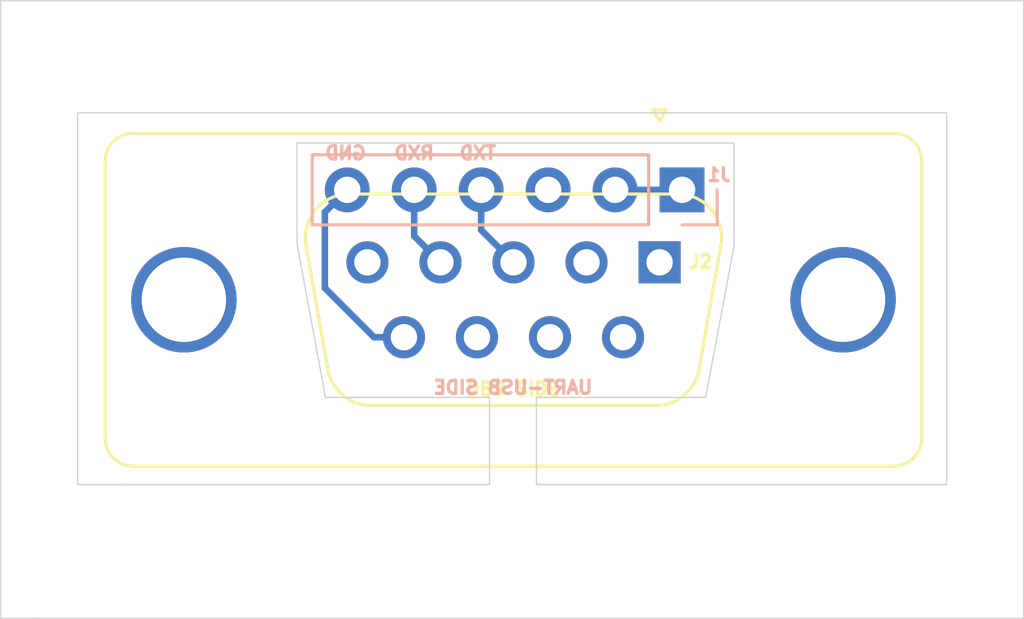
<source format=kicad_pcb>
(kicad_pcb (version 20171130) (host pcbnew "(5.1.8)-1")

  (general
    (thickness 1.6)
    (drawings 25)
    (tracks 9)
    (zones 0)
    (modules 2)
    (nets 5)
  )

  (page A4)
  (layers
    (0 F.Cu signal)
    (31 B.Cu signal)
    (32 B.Adhes user)
    (33 F.Adhes user)
    (34 B.Paste user)
    (35 F.Paste user)
    (36 B.SilkS user)
    (37 F.SilkS user)
    (38 B.Mask user)
    (39 F.Mask user)
    (40 Dwgs.User user)
    (41 Cmts.User user)
    (42 Eco1.User user)
    (43 Eco2.User user)
    (44 Edge.Cuts user)
    (45 Margin user)
    (46 B.CrtYd user)
    (47 F.CrtYd user)
    (48 B.Fab user)
    (49 F.Fab user)
  )

  (setup
    (last_trace_width 0.25)
    (trace_clearance 0.2)
    (zone_clearance 0.508)
    (zone_45_only no)
    (trace_min 0.2)
    (via_size 0.8)
    (via_drill 0.4)
    (via_min_size 0.4)
    (via_min_drill 0.3)
    (uvia_size 0.3)
    (uvia_drill 0.1)
    (uvias_allowed no)
    (uvia_min_size 0.2)
    (uvia_min_drill 0.1)
    (edge_width 0.05)
    (segment_width 0.2)
    (pcb_text_width 0.3)
    (pcb_text_size 1.5 1.5)
    (mod_edge_width 0.12)
    (mod_text_size 1 1)
    (mod_text_width 0.15)
    (pad_size 1.524 1.524)
    (pad_drill 0.762)
    (pad_to_mask_clearance 0)
    (aux_axis_origin 0 0)
    (visible_elements 7FFFFFFF)
    (pcbplotparams
      (layerselection 0x010fc_ffffffff)
      (usegerberextensions false)
      (usegerberattributes true)
      (usegerberadvancedattributes true)
      (creategerberjobfile true)
      (excludeedgelayer true)
      (linewidth 0.100000)
      (plotframeref false)
      (viasonmask false)
      (mode 1)
      (useauxorigin false)
      (hpglpennumber 1)
      (hpglpenspeed 20)
      (hpglpendiameter 15.000000)
      (psnegative false)
      (psa4output false)
      (plotreference true)
      (plotvalue true)
      (plotinvisibletext false)
      (padsonsilk false)
      (subtractmaskfromsilk false)
      (outputformat 1)
      (mirror false)
      (drillshape 1)
      (scaleselection 1)
      (outputdirectory ""))
  )

  (net 0 "")
  (net 1 "Net-(J1-Pad6)")
  (net 2 "Net-(J1-Pad5)")
  (net 3 "Net-(J1-Pad4)")
  (net 4 "Net-(J1-Pad1)")

  (net_class Default "This is the default net class."
    (clearance 0.2)
    (trace_width 0.25)
    (via_dia 0.8)
    (via_drill 0.4)
    (uvia_dia 0.3)
    (uvia_drill 0.1)
    (add_net "Net-(J1-Pad1)")
    (add_net "Net-(J1-Pad3)")
    (add_net "Net-(J1-Pad4)")
    (add_net "Net-(J1-Pad5)")
    (add_net "Net-(J1-Pad6)")
    (add_net "Net-(J2-Pad1)")
    (add_net "Net-(J2-Pad2)")
    (add_net "Net-(J2-Pad5)")
    (add_net "Net-(J2-Pad6)")
    (add_net "Net-(J2-Pad7)")
    (add_net "Net-(J2-Pad8)")
  )

  (module Connector_Dsub:DSUB-9_Female_Vertical_P2.77x2.84mm_MountingHoles (layer F.Cu) (tedit 59FEDEE2) (tstamp 62A9826C)
    (at 96.6175 76.218838)
    (descr "9-pin D-Sub connector, straight/vertical, THT-mount, female, pitch 2.77x2.84mm, distance of mounting holes 25mm, see https://disti-assets.s3.amazonaws.com/tonar/files/datasheets/16730.pdf")
    (tags "9-pin D-Sub connector straight vertical THT female pitch 2.77x2.84mm mounting holes distance 25mm")
    (path /62A999BC)
    (fp_text reference J2 (at 1.5535 -0.018838) (layer F.SilkS)
      (effects (font (size 0.5 0.5) (thickness 0.125)))
    )
    (fp_text value DB9_Female (at -5.54 6.585162) (layer F.Fab)
      (effects (font (size 1 1) (thickness 0.15)))
    )
    (fp_line (start 10.4 -5.35) (end -21.5 -5.35) (layer F.CrtYd) (width 0.05))
    (fp_line (start 10.4 8.2) (end 10.4 -5.35) (layer F.CrtYd) (width 0.05))
    (fp_line (start -21.5 8.2) (end 10.4 8.2) (layer F.CrtYd) (width 0.05))
    (fp_line (start -21.5 -5.35) (end -21.5 8.2) (layer F.CrtYd) (width 0.05))
    (fp_line (start -13.40647 -0.641744) (end -12.577733 4.058256) (layer F.SilkS) (width 0.12))
    (fp_line (start 2.32647 -0.641744) (end 1.497733 4.058256) (layer F.SilkS) (width 0.12))
    (fp_line (start -10.942952 5.43) (end -0.137048 5.43) (layer F.SilkS) (width 0.12))
    (fp_line (start -11.771689 -2.59) (end 0.691689 -2.59) (layer F.SilkS) (width 0.12))
    (fp_line (start -13.358887 -0.652163) (end -12.53015 4.047837) (layer F.Fab) (width 0.1))
    (fp_line (start 2.278887 -0.652163) (end 1.45015 4.047837) (layer F.Fab) (width 0.1))
    (fp_line (start -10.954457 5.37) (end -0.125543 5.37) (layer F.Fab) (width 0.1))
    (fp_line (start -11.783194 -2.53) (end 0.703194 -2.53) (layer F.Fab) (width 0.1))
    (fp_line (start 0 -5.351325) (end -0.25 -5.784338) (layer F.SilkS) (width 0.12))
    (fp_line (start 0.25 -5.784338) (end 0 -5.351325) (layer F.SilkS) (width 0.12))
    (fp_line (start -0.25 -5.784338) (end 0.25 -5.784338) (layer F.SilkS) (width 0.12))
    (fp_line (start -21.025 6.67) (end -21.025 -3.83) (layer F.SilkS) (width 0.12))
    (fp_line (start 8.885 7.73) (end -19.965 7.73) (layer F.SilkS) (width 0.12))
    (fp_line (start 9.945 -3.83) (end 9.945 6.67) (layer F.SilkS) (width 0.12))
    (fp_line (start -19.965 -4.89) (end 8.885 -4.89) (layer F.SilkS) (width 0.12))
    (fp_line (start -20.965 6.67) (end -20.965 -3.83) (layer F.Fab) (width 0.1))
    (fp_line (start 8.885 7.67) (end -19.965 7.67) (layer F.Fab) (width 0.1))
    (fp_line (start 9.885 -3.83) (end 9.885 6.67) (layer F.Fab) (width 0.1))
    (fp_line (start -19.965 -4.83) (end 8.885 -4.83) (layer F.Fab) (width 0.1))
    (fp_text user %R (at -5.54 1.42) (layer F.Fab)
      (effects (font (size 1 1) (thickness 0.15)))
    )
    (fp_arc (start -0.137048 3.77) (end -0.137048 5.43) (angle -80) (layer F.SilkS) (width 0.12))
    (fp_arc (start -10.942952 3.77) (end -10.942952 5.43) (angle 80) (layer F.SilkS) (width 0.12))
    (fp_arc (start 0.691689 -0.93) (end 0.691689 -2.59) (angle 100) (layer F.SilkS) (width 0.12))
    (fp_arc (start -11.771689 -0.93) (end -11.771689 -2.59) (angle -100) (layer F.SilkS) (width 0.12))
    (fp_arc (start -0.125543 3.77) (end -0.125543 5.37) (angle -80) (layer F.Fab) (width 0.1))
    (fp_arc (start -10.954457 3.77) (end -10.954457 5.37) (angle 80) (layer F.Fab) (width 0.1))
    (fp_arc (start 0.703194 -0.93) (end 0.703194 -2.53) (angle 100) (layer F.Fab) (width 0.1))
    (fp_arc (start -11.783194 -0.93) (end -11.783194 -2.53) (angle -100) (layer F.Fab) (width 0.1))
    (fp_arc (start 8.885 6.67) (end 9.945 6.67) (angle 90) (layer F.SilkS) (width 0.12))
    (fp_arc (start -19.965 6.67) (end -21.025 6.67) (angle -90) (layer F.SilkS) (width 0.12))
    (fp_arc (start 8.885 -3.83) (end 8.885 -4.89) (angle 90) (layer F.SilkS) (width 0.12))
    (fp_arc (start -19.965 -3.83) (end -21.025 -3.83) (angle 90) (layer F.SilkS) (width 0.12))
    (fp_arc (start 8.885 6.67) (end 9.885 6.67) (angle 90) (layer F.Fab) (width 0.1))
    (fp_arc (start -19.965 6.67) (end -20.965 6.67) (angle -90) (layer F.Fab) (width 0.1))
    (fp_arc (start 8.885 -3.83) (end 8.885 -4.83) (angle 90) (layer F.Fab) (width 0.1))
    (fp_arc (start -19.965 -3.83) (end -20.965 -3.83) (angle 90) (layer F.Fab) (width 0.1))
    (pad 0 thru_hole circle (at 6.96 1.42) (size 4 4) (drill 3.2) (layers *.Cu *.Mask))
    (pad 0 thru_hole circle (at -18.04 1.42) (size 4 4) (drill 3.2) (layers *.Cu *.Mask))
    (pad 9 thru_hole circle (at -9.695 2.84) (size 1.6 1.6) (drill 1) (layers *.Cu *.Mask)
      (net 1 "Net-(J1-Pad6)"))
    (pad 8 thru_hole circle (at -6.925 2.84) (size 1.6 1.6) (drill 1) (layers *.Cu *.Mask))
    (pad 7 thru_hole circle (at -4.155 2.84) (size 1.6 1.6) (drill 1) (layers *.Cu *.Mask))
    (pad 6 thru_hole circle (at -1.385 2.84) (size 1.6 1.6) (drill 1) (layers *.Cu *.Mask))
    (pad 5 thru_hole circle (at -11.08 0) (size 1.6 1.6) (drill 1) (layers *.Cu *.Mask))
    (pad 4 thru_hole circle (at -8.31 0) (size 1.6 1.6) (drill 1) (layers *.Cu *.Mask)
      (net 2 "Net-(J1-Pad5)"))
    (pad 3 thru_hole circle (at -5.54 0) (size 1.6 1.6) (drill 1) (layers *.Cu *.Mask)
      (net 3 "Net-(J1-Pad4)"))
    (pad 2 thru_hole circle (at -2.77 0) (size 1.6 1.6) (drill 1) (layers *.Cu *.Mask))
    (pad 1 thru_hole rect (at 0 0) (size 1.6 1.6) (drill 1) (layers *.Cu *.Mask))
    (model ${KISYS3DMOD}/Connector_Dsub.3dshapes/DSUB-9_Female_Vertical_P2.77x2.84mm_MountingHoles.wrl
      (at (xyz 0 0 0))
      (scale (xyz 1 1 1))
      (rotate (xyz 0 0 0))
    )
  )

  (module Connector_PinHeader_2.54mm:PinHeader_1x06_P2.54mm_Vertical (layer B.Cu) (tedit 59FED5CC) (tstamp 62A98237)
    (at 97.4725 73.4695 90)
    (descr "Through hole straight pin header, 1x06, 2.54mm pitch, single row")
    (tags "Through hole pin header THT 1x06 2.54mm single row")
    (path /62A9A8F3)
    (fp_text reference J1 (at 0.5715 1.397) (layer B.SilkS)
      (effects (font (size 0.5 0.5) (thickness 0.125)) (justify mirror))
    )
    (fp_text value Conn_01x06_Holes (at 4.064 -6.7945) (layer F.Fab)
      (effects (font (size 1 1) (thickness 0.15)))
    )
    (fp_line (start -0.635 1.27) (end 1.27 1.27) (layer B.Fab) (width 0.1))
    (fp_line (start 1.27 1.27) (end 1.27 -13.97) (layer B.Fab) (width 0.1))
    (fp_line (start 1.27 -13.97) (end -1.27 -13.97) (layer B.Fab) (width 0.1))
    (fp_line (start -1.27 -13.97) (end -1.27 0.635) (layer B.Fab) (width 0.1))
    (fp_line (start -1.27 0.635) (end -0.635 1.27) (layer B.Fab) (width 0.1))
    (fp_line (start -1.33 -14.03) (end 1.33 -14.03) (layer B.SilkS) (width 0.12))
    (fp_line (start -1.33 -1.27) (end -1.33 -14.03) (layer B.SilkS) (width 0.12))
    (fp_line (start 1.33 -1.27) (end 1.33 -14.03) (layer B.SilkS) (width 0.12))
    (fp_line (start -1.33 -1.27) (end 1.33 -1.27) (layer B.SilkS) (width 0.12))
    (fp_line (start -1.33 0) (end -1.33 1.33) (layer B.SilkS) (width 0.12))
    (fp_line (start -1.33 1.33) (end 0 1.33) (layer B.SilkS) (width 0.12))
    (fp_line (start -1.8 1.8) (end -1.8 -14.5) (layer B.CrtYd) (width 0.05))
    (fp_line (start -1.8 -14.5) (end 1.8 -14.5) (layer B.CrtYd) (width 0.05))
    (fp_line (start 1.8 -14.5) (end 1.8 1.8) (layer B.CrtYd) (width 0.05))
    (fp_line (start 1.8 1.8) (end -1.8 1.8) (layer B.CrtYd) (width 0.05))
    (fp_text user %R (at 0 -6.35) (layer B.Fab)
      (effects (font (size 1 1) (thickness 0.15)) (justify mirror))
    )
    (pad 6 thru_hole oval (at 0 -12.7 90) (size 1.7 1.7) (drill 1) (layers *.Cu *.Mask)
      (net 1 "Net-(J1-Pad6)"))
    (pad 5 thru_hole oval (at 0 -10.16 90) (size 1.7 1.7) (drill 1) (layers *.Cu *.Mask)
      (net 2 "Net-(J1-Pad5)"))
    (pad 4 thru_hole oval (at 0 -7.62 90) (size 1.7 1.7) (drill 1) (layers *.Cu *.Mask)
      (net 3 "Net-(J1-Pad4)"))
    (pad 3 thru_hole oval (at 0 -5.08 90) (size 1.7 1.7) (drill 1) (layers *.Cu *.Mask))
    (pad 2 thru_hole oval (at 0 -2.54 90) (size 1.7 1.7) (drill 1) (layers *.Cu *.Mask)
      (net 4 "Net-(J1-Pad1)"))
    (pad 1 thru_hole rect (at 0 0 90) (size 1.7 1.7) (drill 1) (layers *.Cu *.Mask)
      (net 4 "Net-(J1-Pad1)"))
    (model ${KISYS3DMOD}/Connector_PinHeader_2.54mm.3dshapes/PinHeader_1x06_P2.54mm_Vertical.wrl
      (at (xyz 0 0 0))
      (scale (xyz 1 1 1))
      (rotate (xyz 0 0 0))
    )
  )

  (gr_text "UART-USB SIDE" (at 91.059 80.9625) (layer B.SilkS)
    (effects (font (size 0.5 0.5) (thickness 0.125)) (justify mirror))
  )
  (gr_text "DB9 SIDE" (at 91.059 81.026) (layer F.SilkS)
    (effects (font (size 0.5 0.5) (thickness 0.125)))
  )
  (gr_text TXD (at 89.7255 72.0725) (layer B.SilkS)
    (effects (font (size 0.5 0.5) (thickness 0.125)) (justify mirror))
  )
  (gr_text RXD (at 87.3125 72.0725) (layer B.SilkS)
    (effects (font (size 0.5 0.5) (thickness 0.125)) (justify mirror))
  )
  (gr_text GND (at 84.709 72.0725) (layer B.SilkS)
    (effects (font (size 0.5 0.5) (thickness 0.125)) (justify mirror))
  )
  (gr_line (start 91.948 81.3435) (end 92.202 81.3435) (layer Edge.Cuts) (width 0.05) (tstamp 62A9A07A))
  (gr_line (start 91.948 84.6455) (end 91.948 81.3435) (layer Edge.Cuts) (width 0.05))
  (gr_line (start 107.5055 84.6455) (end 91.948 84.6455) (layer Edge.Cuts) (width 0.05))
  (gr_line (start 107.5055 70.5485) (end 107.5055 84.6455) (layer Edge.Cuts) (width 0.05))
  (gr_line (start 74.549 70.5485) (end 107.5055 70.5485) (layer Edge.Cuts) (width 0.05))
  (gr_line (start 74.549 84.6455) (end 74.549 70.5485) (layer Edge.Cuts) (width 0.05))
  (gr_line (start 90.17 84.6455) (end 74.549 84.6455) (layer Edge.Cuts) (width 0.05))
  (gr_line (start 90.17 81.3435) (end 90.17 84.6455) (layer Edge.Cuts) (width 0.05))
  (gr_line (start 83.947 81.3435) (end 90.17 81.3435) (layer Edge.Cuts) (width 0.05))
  (gr_line (start 82.8675 75.5015) (end 83.947 81.3435) (layer Edge.Cuts) (width 0.05))
  (gr_line (start 82.8675 71.6915) (end 82.8675 75.5015) (layer Edge.Cuts) (width 0.05))
  (gr_line (start 98.3615 81.3435) (end 92.202 81.3435) (layer Edge.Cuts) (width 0.05))
  (gr_line (start 99.441 75.6285) (end 98.3615 81.3435) (layer Edge.Cuts) (width 0.05))
  (gr_line (start 99.441 71.6915) (end 99.441 75.6285) (layer Edge.Cuts) (width 0.05))
  (gr_line (start 82.8675 71.6915) (end 99.441 71.6915) (layer Edge.Cuts) (width 0.05))
  (gr_line (start 71.628 89.7255) (end 71.628 66.294) (layer Edge.Cuts) (width 0.05))
  (gr_line (start 73.025 89.7255) (end 71.628 89.7255) (layer Edge.Cuts) (width 0.05))
  (gr_line (start 110.4265 89.7255) (end 73.025 89.7255) (layer Edge.Cuts) (width 0.05))
  (gr_line (start 110.4265 66.294) (end 110.4265 89.7255) (layer Edge.Cuts) (width 0.05))
  (gr_line (start 71.628 66.294) (end 110.4265 66.294) (layer Edge.Cuts) (width 0.05))

  (segment (start 85.79113 79.058838) (end 86.9225 79.058838) (width 0.25) (layer B.Cu) (net 1))
  (segment (start 83.922501 77.190209) (end 85.79113 79.058838) (width 0.25) (layer B.Cu) (net 1))
  (segment (start 83.922501 74.319499) (end 83.922501 77.190209) (width 0.25) (layer B.Cu) (net 1))
  (segment (start 84.7725 73.4695) (end 83.922501 74.319499) (width 0.25) (layer B.Cu) (net 1))
  (segment (start 87.3125 75.223838) (end 88.3075 76.218838) (width 0.25) (layer B.Cu) (net 2))
  (segment (start 87.3125 73.4695) (end 87.3125 75.223838) (width 0.25) (layer B.Cu) (net 2))
  (segment (start 89.8525 74.993838) (end 91.0775 76.218838) (width 0.25) (layer B.Cu) (net 3))
  (segment (start 89.8525 73.4695) (end 89.8525 74.993838) (width 0.25) (layer B.Cu) (net 3))
  (segment (start 94.9325 73.4695) (end 97.4725 73.4695) (width 0.25) (layer B.Cu) (net 4))

)

</source>
